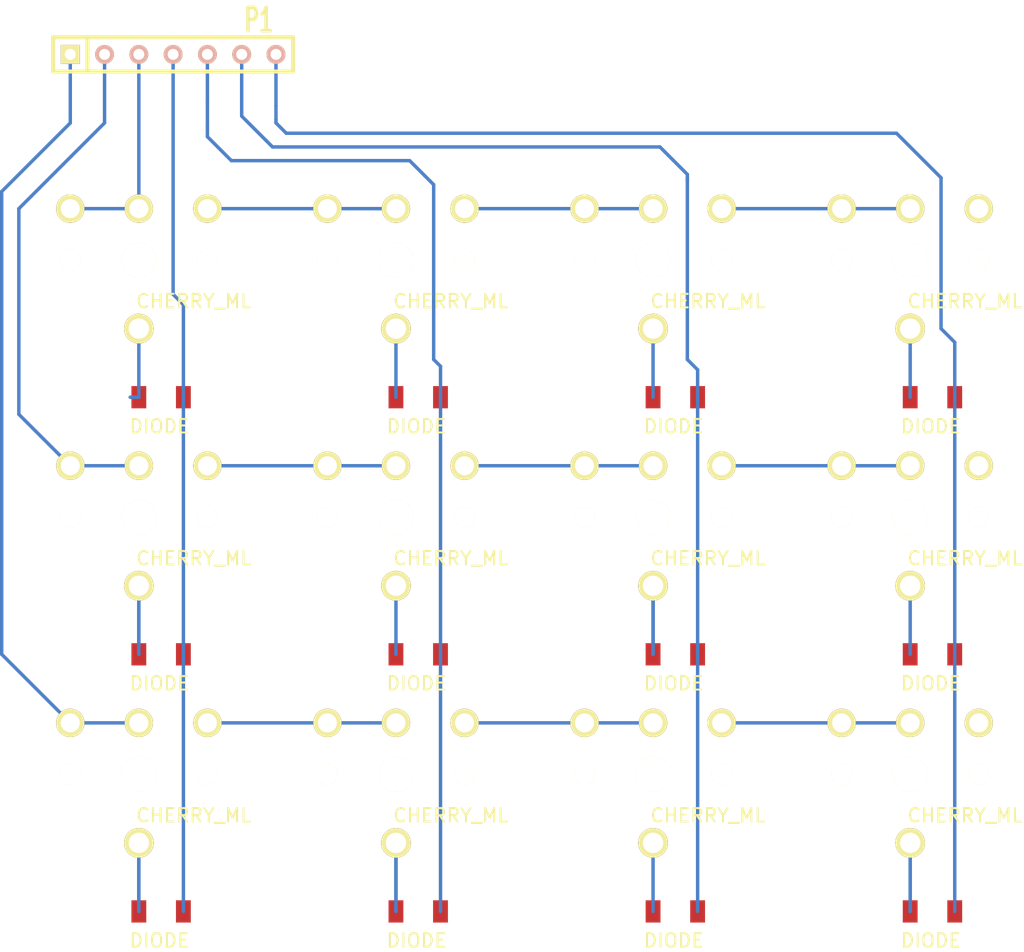
<source format=kicad_pcb>
(kicad_pcb (version 3) (host pcbnew "(2013-07-07 BZR 4022)-stable")

  (general
    (links 48)
    (no_connects 24)
    (area 115.189 69.34073 192.019 139.641)
    (thickness 1.6)
    (drawings 0)
    (tracks 94)
    (zones 0)
    (modules 25)
    (nets 29)
  )

  (page A4)
  (layers
    (15 F.Cu signal)
    (0 B.Cu signal)
    (16 B.Adhes user)
    (17 F.Adhes user)
    (18 B.Paste user)
    (19 F.Paste user)
    (20 B.SilkS user)
    (21 F.SilkS user)
    (22 B.Mask user)
    (23 F.Mask user)
    (24 Dwgs.User user)
    (25 Cmts.User user)
    (26 Eco1.User user)
    (27 Eco2.User user)
    (28 Edge.Cuts user)
  )

  (setup
    (last_trace_width 0.254)
    (trace_clearance 0.254)
    (zone_clearance 0.508)
    (zone_45_only no)
    (trace_min 0.254)
    (segment_width 0.2)
    (edge_width 0.1)
    (via_size 0.889)
    (via_drill 0.635)
    (via_min_size 0.889)
    (via_min_drill 0.508)
    (uvia_size 0.508)
    (uvia_drill 0.127)
    (uvias_allowed no)
    (uvia_min_size 0.508)
    (uvia_min_drill 0.127)
    (pcb_text_width 0.3)
    (pcb_text_size 1.5 1.5)
    (mod_edge_width 0.15)
    (mod_text_size 1 1)
    (mod_text_width 0.15)
    (pad_size 1.1 1.65)
    (pad_drill 0)
    (pad_to_mask_clearance 0)
    (aux_axis_origin 0 0)
    (visible_elements 7FFFFFFF)
    (pcbplotparams
      (layerselection 3178497)
      (usegerberextensions true)
      (excludeedgelayer true)
      (linewidth 0.150000)
      (plotframeref false)
      (viasonmask false)
      (mode 1)
      (useauxorigin false)
      (hpglpennumber 1)
      (hpglpenspeed 20)
      (hpglpendiameter 15)
      (hpglpenoverlay 2)
      (psnegative false)
      (psa4output false)
      (plotreference true)
      (plotvalue true)
      (plotothertext true)
      (plotinvisibletext false)
      (padsonsilk false)
      (subtractmaskfromsilk false)
      (outputformat 1)
      (mirror false)
      (drillshape 0)
      (scaleselection 1)
      (outputdirectory ""))
  )

  (net 0 "")
  (net 1 N-000001)
  (net 2 N-0000010)
  (net 3 N-0000011)
  (net 4 N-0000012)
  (net 5 N-0000013)
  (net 6 N-0000014)
  (net 7 N-0000018)
  (net 8 N-0000019)
  (net 9 N-000002)
  (net 10 N-0000020)
  (net 11 N-0000021)
  (net 12 N-0000022)
  (net 13 N-0000023)
  (net 14 N-0000024)
  (net 15 N-0000025)
  (net 16 N-0000026)
  (net 17 N-0000027)
  (net 18 N-0000028)
  (net 19 N-0000029)
  (net 20 N-000003)
  (net 21 N-0000030)
  (net 22 N-0000031)
  (net 23 N-000004)
  (net 24 N-000005)
  (net 25 N-000006)
  (net 26 N-000007)
  (net 27 N-000008)
  (net 28 N-000009)

  (net_class Default "This is the default net class."
    (clearance 0.254)
    (trace_width 0.254)
    (via_dia 0.889)
    (via_drill 0.635)
    (uvia_dia 0.508)
    (uvia_drill 0.127)
    (add_net "")
    (add_net N-000001)
    (add_net N-0000010)
    (add_net N-0000011)
    (add_net N-0000012)
    (add_net N-0000013)
    (add_net N-0000014)
    (add_net N-0000018)
    (add_net N-0000019)
    (add_net N-000002)
    (add_net N-0000020)
    (add_net N-0000021)
    (add_net N-0000022)
    (add_net N-0000023)
    (add_net N-0000024)
    (add_net N-0000025)
    (add_net N-0000026)
    (add_net N-0000027)
    (add_net N-0000028)
    (add_net N-0000029)
    (add_net N-000003)
    (add_net N-0000030)
    (add_net N-0000031)
    (add_net N-000004)
    (add_net N-000005)
    (add_net N-000006)
    (add_net N-000007)
    (add_net N-000008)
    (add_net N-000009)
  )

  (module SIL-7 (layer F.Cu) (tedit 563FB71A) (tstamp 563FB93B)
    (at 128.016 73.152)
    (descr "Connecteur 7 pins")
    (tags "CONN DEV")
    (path /563F87A4)
    (fp_text reference P1 (at 6.35 -2.54) (layer F.SilkS)
      (effects (font (size 1.72974 1.08712) (thickness 0.3048)))
    )
    (fp_text value CONN_7 (at 0 -2.54) (layer F.SilkS) hide
      (effects (font (size 1.524 1.016) (thickness 0.3048)))
    )
    (fp_line (start -8.89 -1.27) (end -8.89 -1.27) (layer F.SilkS) (width 0.3048))
    (fp_line (start -8.89 -1.27) (end 8.89 -1.27) (layer F.SilkS) (width 0.3048))
    (fp_line (start 8.89 -1.27) (end 8.89 1.27) (layer F.SilkS) (width 0.3048))
    (fp_line (start 8.89 1.27) (end -8.89 1.27) (layer F.SilkS) (width 0.3048))
    (fp_line (start -8.89 1.27) (end -8.89 -1.27) (layer F.SilkS) (width 0.3048))
    (fp_line (start -6.35 1.27) (end -6.35 1.27) (layer F.SilkS) (width 0.3048))
    (fp_line (start -6.35 1.27) (end -6.35 -1.27) (layer F.SilkS) (width 0.3048))
    (pad 1 thru_hole rect (at -7.62 0) (size 1.397 1.397) (drill 0.8128)
      (layers *.Cu *.Mask F.SilkS)
      (net 12 N-0000022)
    )
    (pad 2 thru_hole circle (at -5.08 0) (size 1.397 1.397) (drill 0.8128)
      (layers *.Cu *.SilkS *.Mask)
      (net 19 N-0000029)
    )
    (pad 3 thru_hole circle (at -2.54 0) (size 1.397 1.397) (drill 0.8128)
      (layers *.Cu *.SilkS *.Mask)
      (net 25 N-000006)
    )
    (pad 4 thru_hole circle (at 0 0) (size 1.397 1.397) (drill 0.8128)
      (layers *.Cu *.SilkS *.Mask)
      (net 7 N-0000018)
    )
    (pad 5 thru_hole circle (at 2.54 0) (size 1.397 1.397) (drill 0.8128)
      (layers *.Cu *.SilkS *.Mask)
      (net 28 N-000009)
    )
    (pad 6 thru_hole circle (at 5.08 0) (size 1.397 1.397) (drill 0.8128)
      (layers *.Cu *.SilkS *.Mask)
      (net 5 N-0000013)
    )
    (pad 7 thru_hole circle (at 7.62 0) (size 1.397 1.397) (drill 0.8128)
      (layers *.Cu *.SilkS *.Mask)
      (net 9 N-000002)
    )
  )

  (module FDLL4148 (layer F.Cu) (tedit 563FBCBE) (tstamp 563FB54F)
    (at 125.476 98.552)
    (path /563F86E6)
    (fp_text reference D1 (at 1.7 -1.88) (layer F.SilkS) hide
      (effects (font (size 1 1) (thickness 0.15)))
    )
    (fp_text value DIODE (at 1.53 2.16) (layer F.SilkS)
      (effects (font (size 1 1) (thickness 0.15)))
    )
    (pad 1 smd rect (at 0 0) (size 1.1 1.65)
      (layers F.Cu F.Paste F.Mask)
      (net 14 N-0000024)
    )
    (pad 2 smd rect (at 3.3 0) (size 1.1 1.65)
      (layers F.Cu F.Paste F.Mask)
      (net 7 N-0000018)
    )
  )

  (module FDLL4148 (layer F.Cu) (tedit 563F81A4) (tstamp 563FB555)
    (at 182.626 136.652)
    (path /563F8824)
    (fp_text reference D12 (at 1.7 -1.88) (layer F.SilkS) hide
      (effects (font (size 1 1) (thickness 0.15)))
    )
    (fp_text value DIODE (at 1.53 2.16) (layer F.SilkS)
      (effects (font (size 1 1) (thickness 0.15)))
    )
    (pad 1 smd rect (at 0 0) (size 1.1 1.65)
      (layers F.Cu F.Paste F.Mask)
      (net 23 N-000004)
    )
    (pad 2 smd rect (at 3.3 0) (size 1.1 1.65)
      (layers F.Cu F.Paste F.Mask)
      (net 9 N-000002)
    )
  )

  (module FDLL4148 (layer F.Cu) (tedit 563F81A4) (tstamp 563FB55B)
    (at 163.576 136.652)
    (path /563F8815)
    (fp_text reference D9 (at 1.7 -1.88) (layer F.SilkS) hide
      (effects (font (size 1 1) (thickness 0.15)))
    )
    (fp_text value DIODE (at 1.53 2.16) (layer F.SilkS)
      (effects (font (size 1 1) (thickness 0.15)))
    )
    (pad 1 smd rect (at 0 0) (size 1.1 1.65)
      (layers F.Cu F.Paste F.Mask)
      (net 6 N-0000014)
    )
    (pad 2 smd rect (at 3.3 0) (size 1.1 1.65)
      (layers F.Cu F.Paste F.Mask)
      (net 5 N-0000013)
    )
  )

  (module FDLL4148 (layer F.Cu) (tedit 563F81A4) (tstamp 563FB561)
    (at 144.526 136.652)
    (path /563F8806)
    (fp_text reference D5 (at 1.7 -1.88) (layer F.SilkS) hide
      (effects (font (size 1 1) (thickness 0.15)))
    )
    (fp_text value DIODE (at 1.53 2.16) (layer F.SilkS)
      (effects (font (size 1 1) (thickness 0.15)))
    )
    (pad 1 smd rect (at 0 0) (size 1.1 1.65)
      (layers F.Cu F.Paste F.Mask)
      (net 3 N-0000011)
    )
    (pad 2 smd rect (at 3.3 0) (size 1.1 1.65)
      (layers F.Cu F.Paste F.Mask)
      (net 28 N-000009)
    )
  )

  (module FDLL4148 (layer F.Cu) (tedit 563F81A4) (tstamp 563FB567)
    (at 125.476 136.652)
    (path /563F87DE)
    (fp_text reference D3 (at 1.7 -1.88) (layer F.SilkS) hide
      (effects (font (size 1 1) (thickness 0.15)))
    )
    (fp_text value DIODE (at 1.53 2.16) (layer F.SilkS)
      (effects (font (size 1 1) (thickness 0.15)))
    )
    (pad 1 smd rect (at 0 0) (size 1.1 1.65)
      (layers F.Cu F.Paste F.Mask)
      (net 26 N-000007)
    )
    (pad 2 smd rect (at 3.3 0) (size 1.1 1.65)
      (layers F.Cu F.Paste F.Mask)
      (net 7 N-0000018)
    )
  )

  (module FDLL4148 (layer F.Cu) (tedit 563FBC02) (tstamp 563FB56D)
    (at 182.626 117.602)
    (path /563F8795)
    (fp_text reference D11 (at 1.7 -1.88) (layer F.SilkS) hide
      (effects (font (size 1 1) (thickness 0.15)))
    )
    (fp_text value DIODE (at 1.53 2.16) (layer F.SilkS)
      (effects (font (size 1 1) (thickness 0.15)))
    )
    (pad 1 smd rect (at 0 0) (size 1.1 1.65)
      (layers F.Cu F.Paste F.Mask)
      (net 20 N-000003)
    )
    (pad 2 smd rect (at 3.3 0) (size 1.1 1.65)
      (layers F.Cu F.Paste F.Mask)
      (net 9 N-000002)
    )
  )

  (module FDLL4148 (layer F.Cu) (tedit 563F81A4) (tstamp 563FB573)
    (at 163.576 117.602)
    (path /563F8786)
    (fp_text reference D8 (at 1.7 -1.88) (layer F.SilkS) hide
      (effects (font (size 1 1) (thickness 0.15)))
    )
    (fp_text value DIODE (at 1.53 2.16) (layer F.SilkS)
      (effects (font (size 1 1) (thickness 0.15)))
    )
    (pad 1 smd rect (at 0 0) (size 1.1 1.65)
      (layers F.Cu F.Paste F.Mask)
      (net 24 N-000005)
    )
    (pad 2 smd rect (at 3.3 0) (size 1.1 1.65)
      (layers F.Cu F.Paste F.Mask)
      (net 5 N-0000013)
    )
  )

  (module FDLL4148 (layer F.Cu) (tedit 563F81A4) (tstamp 563FB579)
    (at 144.526 117.602)
    (path /563F8777)
    (fp_text reference D4 (at 1.7 -1.88) (layer F.SilkS) hide
      (effects (font (size 1 1) (thickness 0.15)))
    )
    (fp_text value DIODE (at 1.53 2.16) (layer F.SilkS)
      (effects (font (size 1 1) (thickness 0.15)))
    )
    (pad 1 smd rect (at 0 0) (size 1.1 1.65)
      (layers F.Cu F.Paste F.Mask)
      (net 2 N-0000010)
    )
    (pad 2 smd rect (at 3.3 0) (size 1.1 1.65)
      (layers F.Cu F.Paste F.Mask)
      (net 28 N-000009)
    )
  )

  (module FDLL4148 (layer F.Cu) (tedit 563F81A4) (tstamp 563FB57F)
    (at 125.476 117.602)
    (path /563F875E)
    (fp_text reference D2 (at 1.7 -1.88) (layer F.SilkS) hide
      (effects (font (size 1 1) (thickness 0.15)))
    )
    (fp_text value DIODE (at 1.53 2.16) (layer F.SilkS)
      (effects (font (size 1 1) (thickness 0.15)))
    )
    (pad 1 smd rect (at 0 0) (size 1.1 1.65)
      (layers F.Cu F.Paste F.Mask)
      (net 18 N-0000028)
    )
    (pad 2 smd rect (at 3.3 0) (size 1.1 1.65)
      (layers F.Cu F.Paste F.Mask)
      (net 7 N-0000018)
    )
  )

  (module FDLL4148 (layer F.Cu) (tedit 563F81A4) (tstamp 563FB585)
    (at 182.626 98.552)
    (path /563F8713)
    (fp_text reference D10 (at 1.7 -1.88) (layer F.SilkS) hide
      (effects (font (size 1 1) (thickness 0.15)))
    )
    (fp_text value DIODE (at 1.53 2.16) (layer F.SilkS)
      (effects (font (size 1 1) (thickness 0.15)))
    )
    (pad 1 smd rect (at 0 0) (size 1.1 1.65)
      (layers F.Cu F.Paste F.Mask)
      (net 1 N-000001)
    )
    (pad 2 smd rect (at 3.3 0) (size 1.1 1.65)
      (layers F.Cu F.Paste F.Mask)
      (net 9 N-000002)
    )
  )

  (module FDLL4148 (layer F.Cu) (tedit 563F81A4) (tstamp 563FB58B)
    (at 163.576 98.552)
    (path /563F8704)
    (fp_text reference D7 (at 1.7 -1.88) (layer F.SilkS) hide
      (effects (font (size 1 1) (thickness 0.15)))
    )
    (fp_text value DIODE (at 1.53 2.16) (layer F.SilkS)
      (effects (font (size 1 1) (thickness 0.15)))
    )
    (pad 1 smd rect (at 0 0) (size 1.1 1.65)
      (layers F.Cu F.Paste F.Mask)
      (net 4 N-0000012)
    )
    (pad 2 smd rect (at 3.3 0) (size 1.1 1.65)
      (layers F.Cu F.Paste F.Mask)
      (net 5 N-0000013)
    )
  )

  (module FDLL4148 (layer F.Cu) (tedit 563F81A4) (tstamp 563FB591)
    (at 144.526 98.552)
    (path /563F86F5)
    (fp_text reference D6 (at 1.7 -1.88) (layer F.SilkS) hide
      (effects (font (size 1 1) (thickness 0.15)))
    )
    (fp_text value DIODE (at 1.53 2.16) (layer F.SilkS)
      (effects (font (size 1 1) (thickness 0.15)))
    )
    (pad 1 smd rect (at 0 0) (size 1.1 1.65)
      (layers F.Cu F.Paste F.Mask)
      (net 27 N-000008)
    )
    (pad 2 smd rect (at 3.3 0) (size 1.1 1.65)
      (layers F.Cu F.Paste F.Mask)
      (net 28 N-000009)
    )
  )

  (module CHERRY_ML (layer F.Cu) (tedit 563F8269) (tstamp 563FB59C)
    (at 125.476 88.392)
    (path /563F8600)
    (fp_text reference K1 (at -3.556 3.048) (layer F.SilkS) hide
      (effects (font (size 1 1) (thickness 0.15)))
    )
    (fp_text value CHERRY_ML (at 4.064 3.048) (layer F.SilkS)
      (effects (font (size 1 1) (thickness 0.15)))
    )
    (pad "" np_thru_hole circle (at 0 0) (size 2.6 2.6) (drill 2.6)
      (layers *.Cu *.Mask F.SilkS)
    )
    (pad "" np_thru_hole circle (at -5.08 0) (size 1.55 1.55) (drill 1.55)
      (layers *.Cu *.Mask F.SilkS)
    )
    (pad "" np_thru_hole circle (at 5.08 0) (size 1.55 1.55) (drill 1.55)
      (layers *.Cu *.Mask F.SilkS)
    )
    (pad 4 thru_hole circle (at 5.08 -3.81) (size 2.1 2.1) (drill 1.4)
      (layers *.Cu *.Mask F.SilkS)
      (net 15 N-0000025)
    )
    (pad 3 thru_hole circle (at -5.08 -3.81) (size 2.1 2.1) (drill 1.4)
      (layers *.Cu *.Mask F.SilkS)
      (net 25 N-000006)
    )
    (pad 2 thru_hole circle (at 0 5.08) (size 2.2 2.2) (drill 1.5)
      (layers *.Cu *.Mask F.SilkS)
      (net 14 N-0000024)
    )
    (pad 1 thru_hole circle (at 0 -3.81) (size 2.1 2.1) (drill 1.4)
      (layers *.Cu *.Mask F.SilkS)
      (net 25 N-000006)
    )
  )

  (module CHERRY_ML (layer F.Cu) (tedit 563F8269) (tstamp 563FB5A7)
    (at 182.626 126.492)
    (path /563F86D7)
    (fp_text reference K12 (at -3.556 3.048) (layer F.SilkS) hide
      (effects (font (size 1 1) (thickness 0.15)))
    )
    (fp_text value CHERRY_ML (at 4.064 3.048) (layer F.SilkS)
      (effects (font (size 1 1) (thickness 0.15)))
    )
    (pad "" np_thru_hole circle (at 0 0) (size 2.6 2.6) (drill 2.6)
      (layers *.Cu *.Mask F.SilkS)
    )
    (pad "" np_thru_hole circle (at -5.08 0) (size 1.55 1.55) (drill 1.55)
      (layers *.Cu *.Mask F.SilkS)
    )
    (pad "" np_thru_hole circle (at 5.08 0) (size 1.55 1.55) (drill 1.55)
      (layers *.Cu *.Mask F.SilkS)
    )
    (pad 4 thru_hole circle (at 5.08 -3.81) (size 2.1 2.1) (drill 1.4)
      (layers *.Cu *.Mask F.SilkS)
    )
    (pad 3 thru_hole circle (at -5.08 -3.81) (size 2.1 2.1) (drill 1.4)
      (layers *.Cu *.Mask F.SilkS)
      (net 22 N-0000031)
    )
    (pad 2 thru_hole circle (at 0 5.08) (size 2.2 2.2) (drill 1.5)
      (layers *.Cu *.Mask F.SilkS)
      (net 23 N-000004)
    )
    (pad 1 thru_hole circle (at 0 -3.81) (size 2.1 2.1) (drill 1.4)
      (layers *.Cu *.Mask F.SilkS)
      (net 22 N-0000031)
    )
  )

  (module CHERRY_ML (layer F.Cu) (tedit 563F8269) (tstamp 563FB5B2)
    (at 163.576 126.492)
    (path /563F86C8)
    (fp_text reference K9 (at -3.556 3.048) (layer F.SilkS) hide
      (effects (font (size 1 1) (thickness 0.15)))
    )
    (fp_text value CHERRY_ML (at 4.064 3.048) (layer F.SilkS)
      (effects (font (size 1 1) (thickness 0.15)))
    )
    (pad "" np_thru_hole circle (at 0 0) (size 2.6 2.6) (drill 2.6)
      (layers *.Cu *.Mask F.SilkS)
    )
    (pad "" np_thru_hole circle (at -5.08 0) (size 1.55 1.55) (drill 1.55)
      (layers *.Cu *.Mask F.SilkS)
    )
    (pad "" np_thru_hole circle (at 5.08 0) (size 1.55 1.55) (drill 1.55)
      (layers *.Cu *.Mask F.SilkS)
    )
    (pad 4 thru_hole circle (at 5.08 -3.81) (size 2.1 2.1) (drill 1.4)
      (layers *.Cu *.Mask F.SilkS)
      (net 22 N-0000031)
    )
    (pad 3 thru_hole circle (at -5.08 -3.81) (size 2.1 2.1) (drill 1.4)
      (layers *.Cu *.Mask F.SilkS)
      (net 17 N-0000027)
    )
    (pad 2 thru_hole circle (at 0 5.08) (size 2.2 2.2) (drill 1.5)
      (layers *.Cu *.Mask F.SilkS)
      (net 6 N-0000014)
    )
    (pad 1 thru_hole circle (at 0 -3.81) (size 2.1 2.1) (drill 1.4)
      (layers *.Cu *.Mask F.SilkS)
      (net 17 N-0000027)
    )
  )

  (module CHERRY_ML (layer F.Cu) (tedit 563F8269) (tstamp 563FB5BD)
    (at 144.526 126.492)
    (path /563F86B9)
    (fp_text reference K5 (at -3.556 3.048) (layer F.SilkS) hide
      (effects (font (size 1 1) (thickness 0.15)))
    )
    (fp_text value CHERRY_ML (at 4.064 3.048) (layer F.SilkS)
      (effects (font (size 1 1) (thickness 0.15)))
    )
    (pad "" np_thru_hole circle (at 0 0) (size 2.6 2.6) (drill 2.6)
      (layers *.Cu *.Mask F.SilkS)
    )
    (pad "" np_thru_hole circle (at -5.08 0) (size 1.55 1.55) (drill 1.55)
      (layers *.Cu *.Mask F.SilkS)
    )
    (pad "" np_thru_hole circle (at 5.08 0) (size 1.55 1.55) (drill 1.55)
      (layers *.Cu *.Mask F.SilkS)
    )
    (pad 4 thru_hole circle (at 5.08 -3.81) (size 2.1 2.1) (drill 1.4)
      (layers *.Cu *.Mask F.SilkS)
      (net 17 N-0000027)
    )
    (pad 3 thru_hole circle (at -5.08 -3.81) (size 2.1 2.1) (drill 1.4)
      (layers *.Cu *.Mask F.SilkS)
      (net 13 N-0000023)
    )
    (pad 2 thru_hole circle (at 0 5.08) (size 2.2 2.2) (drill 1.5)
      (layers *.Cu *.Mask F.SilkS)
      (net 3 N-0000011)
    )
    (pad 1 thru_hole circle (at 0 -3.81) (size 2.1 2.1) (drill 1.4)
      (layers *.Cu *.Mask F.SilkS)
      (net 13 N-0000023)
    )
  )

  (module CHERRY_ML (layer F.Cu) (tedit 563F8269) (tstamp 563FB5C8)
    (at 125.476 126.492)
    (path /563F86A0)
    (fp_text reference K3 (at -3.556 3.048) (layer F.SilkS) hide
      (effects (font (size 1 1) (thickness 0.15)))
    )
    (fp_text value CHERRY_ML (at 4.064 3.048) (layer F.SilkS)
      (effects (font (size 1 1) (thickness 0.15)))
    )
    (pad "" np_thru_hole circle (at 0 0) (size 2.6 2.6) (drill 2.6)
      (layers *.Cu *.Mask F.SilkS)
    )
    (pad "" np_thru_hole circle (at -5.08 0) (size 1.55 1.55) (drill 1.55)
      (layers *.Cu *.Mask F.SilkS)
    )
    (pad "" np_thru_hole circle (at 5.08 0) (size 1.55 1.55) (drill 1.55)
      (layers *.Cu *.Mask F.SilkS)
    )
    (pad 4 thru_hole circle (at 5.08 -3.81) (size 2.1 2.1) (drill 1.4)
      (layers *.Cu *.Mask F.SilkS)
      (net 13 N-0000023)
    )
    (pad 3 thru_hole circle (at -5.08 -3.81) (size 2.1 2.1) (drill 1.4)
      (layers *.Cu *.Mask F.SilkS)
      (net 12 N-0000022)
    )
    (pad 2 thru_hole circle (at 0 5.08) (size 2.2 2.2) (drill 1.5)
      (layers *.Cu *.Mask F.SilkS)
      (net 26 N-000007)
    )
    (pad 1 thru_hole circle (at 0 -3.81) (size 2.1 2.1) (drill 1.4)
      (layers *.Cu *.Mask F.SilkS)
      (net 12 N-0000022)
    )
  )

  (module CHERRY_ML (layer F.Cu) (tedit 563FBC09) (tstamp 563FB5D3)
    (at 182.626 107.442)
    (path /563F867D)
    (fp_text reference K11 (at -3.556 3.048) (layer F.SilkS) hide
      (effects (font (size 1 1) (thickness 0.15)))
    )
    (fp_text value CHERRY_ML (at 4.064 3.048) (layer F.SilkS)
      (effects (font (size 1 1) (thickness 0.15)))
    )
    (pad "" np_thru_hole circle (at 0 0) (size 2.6 2.6) (drill 2.6)
      (layers *.Cu *.Mask F.SilkS)
    )
    (pad "" np_thru_hole circle (at -5.08 0) (size 1.55 1.55) (drill 1.55)
      (layers *.Cu *.Mask F.SilkS)
    )
    (pad "" np_thru_hole circle (at 5.08 0) (size 1.55 1.55) (drill 1.55)
      (layers *.Cu *.Mask F.SilkS)
    )
    (pad 4 thru_hole circle (at 5.08 -3.81) (size 2.1 2.1) (drill 1.4)
      (layers *.Cu *.Mask F.SilkS)
    )
    (pad 3 thru_hole circle (at -5.08 -3.81) (size 2.1 2.1) (drill 1.4)
      (layers *.Cu *.Mask F.SilkS)
      (net 11 N-0000021)
    )
    (pad 2 thru_hole circle (at 0 5.08) (size 2.2 2.2) (drill 1.5)
      (layers *.Cu *.Mask F.SilkS)
      (net 20 N-000003)
    )
    (pad 1 thru_hole circle (at 0 -3.81) (size 2.1 2.1) (drill 1.4)
      (layers *.Cu *.Mask F.SilkS)
      (net 11 N-0000021)
    )
  )

  (module CHERRY_ML (layer F.Cu) (tedit 563F8269) (tstamp 563FB5DE)
    (at 182.626 88.392)
    (path /563F866E)
    (fp_text reference K10 (at -3.556 3.048) (layer F.SilkS) hide
      (effects (font (size 1 1) (thickness 0.15)))
    )
    (fp_text value CHERRY_ML (at 4.064 3.048) (layer F.SilkS)
      (effects (font (size 1 1) (thickness 0.15)))
    )
    (pad "" np_thru_hole circle (at 0 0) (size 2.6 2.6) (drill 2.6)
      (layers *.Cu *.Mask F.SilkS)
    )
    (pad "" np_thru_hole circle (at -5.08 0) (size 1.55 1.55) (drill 1.55)
      (layers *.Cu *.Mask F.SilkS)
    )
    (pad "" np_thru_hole circle (at 5.08 0) (size 1.55 1.55) (drill 1.55)
      (layers *.Cu *.Mask F.SilkS)
    )
    (pad 4 thru_hole circle (at 5.08 -3.81) (size 2.1 2.1) (drill 1.4)
      (layers *.Cu *.Mask F.SilkS)
    )
    (pad 3 thru_hole circle (at -5.08 -3.81) (size 2.1 2.1) (drill 1.4)
      (layers *.Cu *.Mask F.SilkS)
      (net 10 N-0000020)
    )
    (pad 2 thru_hole circle (at 0 5.08) (size 2.2 2.2) (drill 1.5)
      (layers *.Cu *.Mask F.SilkS)
      (net 1 N-000001)
    )
    (pad 1 thru_hole circle (at 0 -3.81) (size 2.1 2.1) (drill 1.4)
      (layers *.Cu *.Mask F.SilkS)
      (net 10 N-0000020)
    )
  )

  (module CHERRY_ML (layer F.Cu) (tedit 563F8269) (tstamp 563FB5E9)
    (at 163.576 107.442)
    (path /563F865F)
    (fp_text reference K8 (at -3.556 3.048) (layer F.SilkS) hide
      (effects (font (size 1 1) (thickness 0.15)))
    )
    (fp_text value CHERRY_ML (at 4.064 3.048) (layer F.SilkS)
      (effects (font (size 1 1) (thickness 0.15)))
    )
    (pad "" np_thru_hole circle (at 0 0) (size 2.6 2.6) (drill 2.6)
      (layers *.Cu *.Mask F.SilkS)
    )
    (pad "" np_thru_hole circle (at -5.08 0) (size 1.55 1.55) (drill 1.55)
      (layers *.Cu *.Mask F.SilkS)
    )
    (pad "" np_thru_hole circle (at 5.08 0) (size 1.55 1.55) (drill 1.55)
      (layers *.Cu *.Mask F.SilkS)
    )
    (pad 4 thru_hole circle (at 5.08 -3.81) (size 2.1 2.1) (drill 1.4)
      (layers *.Cu *.Mask F.SilkS)
      (net 11 N-0000021)
    )
    (pad 3 thru_hole circle (at -5.08 -3.81) (size 2.1 2.1) (drill 1.4)
      (layers *.Cu *.Mask F.SilkS)
      (net 8 N-0000019)
    )
    (pad 2 thru_hole circle (at 0 5.08) (size 2.2 2.2) (drill 1.5)
      (layers *.Cu *.Mask F.SilkS)
      (net 24 N-000005)
    )
    (pad 1 thru_hole circle (at 0 -3.81) (size 2.1 2.1) (drill 1.4)
      (layers *.Cu *.Mask F.SilkS)
      (net 8 N-0000019)
    )
  )

  (module CHERRY_ML (layer F.Cu) (tedit 563F8269) (tstamp 563FB5F4)
    (at 144.526 107.442)
    (path /563F8650)
    (fp_text reference K4 (at -3.556 3.048) (layer F.SilkS) hide
      (effects (font (size 1 1) (thickness 0.15)))
    )
    (fp_text value CHERRY_ML (at 4.064 3.048) (layer F.SilkS)
      (effects (font (size 1 1) (thickness 0.15)))
    )
    (pad "" np_thru_hole circle (at 0 0) (size 2.6 2.6) (drill 2.6)
      (layers *.Cu *.Mask F.SilkS)
    )
    (pad "" np_thru_hole circle (at -5.08 0) (size 1.55 1.55) (drill 1.55)
      (layers *.Cu *.Mask F.SilkS)
    )
    (pad "" np_thru_hole circle (at 5.08 0) (size 1.55 1.55) (drill 1.55)
      (layers *.Cu *.Mask F.SilkS)
    )
    (pad 4 thru_hole circle (at 5.08 -3.81) (size 2.1 2.1) (drill 1.4)
      (layers *.Cu *.Mask F.SilkS)
      (net 8 N-0000019)
    )
    (pad 3 thru_hole circle (at -5.08 -3.81) (size 2.1 2.1) (drill 1.4)
      (layers *.Cu *.Mask F.SilkS)
      (net 21 N-0000030)
    )
    (pad 2 thru_hole circle (at 0 5.08) (size 2.2 2.2) (drill 1.5)
      (layers *.Cu *.Mask F.SilkS)
      (net 2 N-0000010)
    )
    (pad 1 thru_hole circle (at 0 -3.81) (size 2.1 2.1) (drill 1.4)
      (layers *.Cu *.Mask F.SilkS)
      (net 21 N-0000030)
    )
  )

  (module CHERRY_ML (layer F.Cu) (tedit 563F8269) (tstamp 563FB5FF)
    (at 125.476 107.442)
    (path /563F8641)
    (fp_text reference K2 (at -3.556 3.048) (layer F.SilkS) hide
      (effects (font (size 1 1) (thickness 0.15)))
    )
    (fp_text value CHERRY_ML (at 4.064 3.048) (layer F.SilkS)
      (effects (font (size 1 1) (thickness 0.15)))
    )
    (pad "" np_thru_hole circle (at 0 0) (size 2.6 2.6) (drill 2.6)
      (layers *.Cu *.Mask F.SilkS)
    )
    (pad "" np_thru_hole circle (at -5.08 0) (size 1.55 1.55) (drill 1.55)
      (layers *.Cu *.Mask F.SilkS)
    )
    (pad "" np_thru_hole circle (at 5.08 0) (size 1.55 1.55) (drill 1.55)
      (layers *.Cu *.Mask F.SilkS)
    )
    (pad 4 thru_hole circle (at 5.08 -3.81) (size 2.1 2.1) (drill 1.4)
      (layers *.Cu *.Mask F.SilkS)
      (net 21 N-0000030)
    )
    (pad 3 thru_hole circle (at -5.08 -3.81) (size 2.1 2.1) (drill 1.4)
      (layers *.Cu *.Mask F.SilkS)
      (net 19 N-0000029)
    )
    (pad 2 thru_hole circle (at 0 5.08) (size 2.2 2.2) (drill 1.5)
      (layers *.Cu *.Mask F.SilkS)
      (net 18 N-0000028)
    )
    (pad 1 thru_hole circle (at 0 -3.81) (size 2.1 2.1) (drill 1.4)
      (layers *.Cu *.Mask F.SilkS)
      (net 19 N-0000029)
    )
  )

  (module CHERRY_ML (layer F.Cu) (tedit 563F8269) (tstamp 563FB60A)
    (at 163.576 88.392)
    (path /563F8632)
    (fp_text reference K7 (at -3.556 3.048) (layer F.SilkS) hide
      (effects (font (size 1 1) (thickness 0.15)))
    )
    (fp_text value CHERRY_ML (at 4.064 3.048) (layer F.SilkS)
      (effects (font (size 1 1) (thickness 0.15)))
    )
    (pad "" np_thru_hole circle (at 0 0) (size 2.6 2.6) (drill 2.6)
      (layers *.Cu *.Mask F.SilkS)
    )
    (pad "" np_thru_hole circle (at -5.08 0) (size 1.55 1.55) (drill 1.55)
      (layers *.Cu *.Mask F.SilkS)
    )
    (pad "" np_thru_hole circle (at 5.08 0) (size 1.55 1.55) (drill 1.55)
      (layers *.Cu *.Mask F.SilkS)
    )
    (pad 4 thru_hole circle (at 5.08 -3.81) (size 2.1 2.1) (drill 1.4)
      (layers *.Cu *.Mask F.SilkS)
      (net 10 N-0000020)
    )
    (pad 3 thru_hole circle (at -5.08 -3.81) (size 2.1 2.1) (drill 1.4)
      (layers *.Cu *.Mask F.SilkS)
      (net 16 N-0000026)
    )
    (pad 2 thru_hole circle (at 0 5.08) (size 2.2 2.2) (drill 1.5)
      (layers *.Cu *.Mask F.SilkS)
      (net 4 N-0000012)
    )
    (pad 1 thru_hole circle (at 0 -3.81) (size 2.1 2.1) (drill 1.4)
      (layers *.Cu *.Mask F.SilkS)
      (net 16 N-0000026)
    )
  )

  (module CHERRY_ML (layer F.Cu) (tedit 563F8269) (tstamp 563FB615)
    (at 144.526 88.392)
    (path /563F860F)
    (fp_text reference K6 (at -3.556 3.048) (layer F.SilkS) hide
      (effects (font (size 1 1) (thickness 0.15)))
    )
    (fp_text value CHERRY_ML (at 4.064 3.048) (layer F.SilkS)
      (effects (font (size 1 1) (thickness 0.15)))
    )
    (pad "" np_thru_hole circle (at 0 0) (size 2.6 2.6) (drill 2.6)
      (layers *.Cu *.Mask F.SilkS)
    )
    (pad "" np_thru_hole circle (at -5.08 0) (size 1.55 1.55) (drill 1.55)
      (layers *.Cu *.Mask F.SilkS)
    )
    (pad "" np_thru_hole circle (at 5.08 0) (size 1.55 1.55) (drill 1.55)
      (layers *.Cu *.Mask F.SilkS)
    )
    (pad 4 thru_hole circle (at 5.08 -3.81) (size 2.1 2.1) (drill 1.4)
      (layers *.Cu *.Mask F.SilkS)
      (net 16 N-0000026)
    )
    (pad 3 thru_hole circle (at -5.08 -3.81) (size 2.1 2.1) (drill 1.4)
      (layers *.Cu *.Mask F.SilkS)
      (net 15 N-0000025)
    )
    (pad 2 thru_hole circle (at 0 5.08) (size 2.2 2.2) (drill 1.5)
      (layers *.Cu *.Mask F.SilkS)
      (net 27 N-000008)
    )
    (pad 1 thru_hole circle (at 0 -3.81) (size 2.1 2.1) (drill 1.4)
      (layers *.Cu *.Mask F.SilkS)
      (net 15 N-0000025)
    )
  )

  (segment (start 182.626 93.472) (end 182.626 98.552) (width 0.254) (layer B.Cu) (net 1))
  (segment (start 144.526 112.522) (end 144.526 117.602) (width 0.254) (layer B.Cu) (net 2))
  (segment (start 144.526 131.572) (end 144.526 136.652) (width 0.254) (layer B.Cu) (net 3))
  (segment (start 144.526 131.572) (end 144.526 136.652) (width 0.254) (layer B.Cu) (net 3))
  (segment (start 163.576 93.472) (end 163.576 98.552) (width 0.254) (layer B.Cu) (net 4))
  (segment (start 166.878 136.652) (end 166.878 117.348) (width 0.254) (layer B.Cu) (net 5))
  (segment (start 166.878 98.552) (end 166.878 96.52) (width 0.254) (layer B.Cu) (net 5))
  (segment (start 166.116 95.504) (end 166.116 82.296) (width 0.254) (layer B.Cu) (net 5))
  (segment (start 166.116 95.758) (end 166.878 96.52) (width 0.254) (layer B.Cu) (net 5) (tstamp 563FBDA1))
  (segment (start 166.116 95.504) (end 166.116 95.758) (width 0.254) (layer B.Cu) (net 5) (tstamp 563FBD9D))
  (segment (start 166.878 117.348) (end 166.878 98.552) (width 0.254) (layer B.Cu) (net 5))
  (segment (start 164.084 80.01) (end 166.116 82.042) (width 0.254) (layer B.Cu) (net 5))
  (segment (start 135.382 80.01) (end 164.084 80.01) (width 0.254) (layer B.Cu) (net 5) (tstamp 563FBD90))
  (segment (start 133.096 73.152) (end 133.096 77.47) (width 0.254) (layer B.Cu) (net 5))
  (segment (start 133.096 77.724) (end 134.874 79.502) (width 0.254) (layer B.Cu) (net 5) (tstamp 563FBD83))
  (segment (start 133.096 77.47) (end 133.096 77.724) (width 0.254) (layer B.Cu) (net 5) (tstamp 563FBD80))
  (segment (start 134.874 79.502) (end 135.382 80.01) (width 0.254) (layer B.Cu) (net 5))
  (segment (start 166.116 82.042) (end 166.116 82.296) (width 0.254) (layer B.Cu) (net 5) (tstamp 563FBD98))
  (segment (start 166.116 82.296) (end 166.116 82.55) (width 0.254) (layer B.Cu) (net 5) (tstamp 563FBD9B))
  (segment (start 163.576 131.572) (end 163.576 136.652) (width 0.254) (layer B.Cu) (net 6))
  (segment (start 128.778 136.652) (end 128.778 117.856) (width 0.254) (layer B.Cu) (net 7))
  (segment (start 128.016 90.932) (end 128.778 91.694) (width 0.254) (layer B.Cu) (net 7))
  (segment (start 128.016 90.932) (end 128.016 73.152) (width 0.254) (layer B.Cu) (net 7))
  (segment (start 128.778 91.694) (end 128.778 98.552) (width 0.254) (layer B.Cu) (net 7) (tstamp 563FBD01))
  (segment (start 128.778 117.856) (end 128.778 98.552) (width 0.254) (layer B.Cu) (net 7))
  (segment (start 163.576 103.632) (end 158.496 103.632) (width 0.254) (layer B.Cu) (net 8))
  (segment (start 158.496 103.632) (end 149.606 103.632) (width 0.254) (layer B.Cu) (net 8) (tstamp 563FB9C4))
  (segment (start 185.928 136.652) (end 185.928 117.602) (width 0.254) (layer B.Cu) (net 9))
  (segment (start 185.928 98.552) (end 185.928 94.488) (width 0.254) (layer B.Cu) (net 9))
  (segment (start 181.61 78.994) (end 184.912 82.296) (width 0.254) (layer B.Cu) (net 9))
  (segment (start 135.636 76.962) (end 135.636 73.152) (width 0.254) (layer B.Cu) (net 9))
  (segment (start 135.636 78.232) (end 136.398 78.994) (width 0.254) (layer B.Cu) (net 9) (tstamp 563FBDD6))
  (segment (start 135.636 77.978) (end 135.636 78.232) (width 0.254) (layer B.Cu) (net 9) (tstamp 563FBDD5))
  (segment (start 135.636 76.962) (end 135.636 77.978) (width 0.254) (layer B.Cu) (net 9) (tstamp 563FBDD1))
  (segment (start 181.61 78.994) (end 136.398 78.994) (width 0.254) (layer B.Cu) (net 9))
  (segment (start 184.912 93.472) (end 185.674 94.234) (width 0.254) (layer B.Cu) (net 9) (tstamp 563FBDF3))
  (segment (start 184.912 82.296) (end 184.912 93.472) (width 0.254) (layer B.Cu) (net 9) (tstamp 563FBDF0))
  (segment (start 185.928 94.488) (end 185.674 94.234) (width 0.254) (layer B.Cu) (net 9))
  (segment (start 185.928 117.602) (end 185.928 98.552) (width 0.254) (layer B.Cu) (net 9))
  (segment (start 168.656 84.582) (end 177.546 84.582) (width 0.254) (layer B.Cu) (net 10))
  (segment (start 177.546 84.582) (end 182.626 84.582) (width 0.254) (layer B.Cu) (net 10) (tstamp 563FB9C1))
  (segment (start 168.656 103.632) (end 177.546 103.632) (width 0.254) (layer B.Cu) (net 11))
  (segment (start 177.546 103.632) (end 182.626 103.632) (width 0.254) (layer B.Cu) (net 11) (tstamp 563FBBD5))
  (segment (start 125.476 122.682) (end 120.396 122.682) (width 0.254) (layer B.Cu) (net 12))
  (segment (start 120.396 73.152) (end 120.396 78.232) (width 0.254) (layer B.Cu) (net 12))
  (segment (start 115.316 117.602) (end 120.396 122.682) (width 0.254) (layer B.Cu) (net 12) (tstamp 563FB966))
  (segment (start 115.316 83.312) (end 115.316 117.602) (width 0.254) (layer B.Cu) (net 12) (tstamp 563FB964))
  (segment (start 120.396 78.232) (end 115.316 83.312) (width 0.254) (layer B.Cu) (net 12) (tstamp 563FB962))
  (segment (start 130.556 122.682) (end 139.446 122.682) (width 0.254) (layer B.Cu) (net 13))
  (segment (start 139.446 122.682) (end 144.526 122.682) (width 0.254) (layer B.Cu) (net 13) (tstamp 563FBB22))
  (segment (start 125.476 93.472) (end 125.476 98.552) (width 0.254) (layer B.Cu) (net 14))
  (segment (start 125.476 98.552) (end 124.841 98.552) (width 0.254) (layer B.Cu) (net 14) (tstamp 563FB97D))
  (segment (start 124.841 98.552) (end 125.476 98.552) (width 0.254) (layer B.Cu) (net 14) (tstamp 563FB97E))
  (segment (start 139.446 84.582) (end 144.526 84.582) (width 0.254) (layer B.Cu) (net 15))
  (segment (start 130.556 84.582) (end 139.446 84.582) (width 0.254) (layer B.Cu) (net 15))
  (segment (start 149.606 84.582) (end 158.496 84.582) (width 0.254) (layer B.Cu) (net 16))
  (segment (start 158.496 84.582) (end 163.576 84.582) (width 0.254) (layer B.Cu) (net 16) (tstamp 563FB9BE))
  (segment (start 158.496 122.682) (end 163.576 122.682) (width 0.254) (layer B.Cu) (net 17))
  (segment (start 149.606 122.682) (end 158.496 122.682) (width 0.254) (layer B.Cu) (net 17))
  (segment (start 125.476 112.522) (end 125.476 117.602) (width 0.254) (layer B.Cu) (net 18))
  (segment (start 125.476 112.522) (end 125.476 117.602) (width 0.254) (layer B.Cu) (net 18))
  (segment (start 125.476 103.632) (end 120.396 103.632) (width 0.254) (layer B.Cu) (net 19))
  (segment (start 122.936 73.152) (end 122.936 78.232) (width 0.254) (layer B.Cu) (net 19))
  (segment (start 116.586 99.822) (end 120.396 103.632) (width 0.254) (layer B.Cu) (net 19) (tstamp 563FB95C))
  (segment (start 116.586 84.582) (end 116.586 99.822) (width 0.254) (layer B.Cu) (net 19) (tstamp 563FB95A))
  (segment (start 122.936 78.232) (end 116.586 84.582) (width 0.254) (layer B.Cu) (net 19) (tstamp 563FB958))
  (segment (start 182.626 112.522) (end 182.626 117.602) (width 0.254) (layer B.Cu) (net 20))
  (segment (start 139.446 103.632) (end 144.526 103.632) (width 0.254) (layer B.Cu) (net 21))
  (segment (start 130.556 103.632) (end 139.446 103.632) (width 0.254) (layer B.Cu) (net 21))
  (segment (start 168.656 122.682) (end 177.546 122.682) (width 0.254) (layer B.Cu) (net 22))
  (segment (start 177.546 122.682) (end 182.626 122.682) (width 0.254) (layer B.Cu) (net 22) (tstamp 563FBB2F))
  (segment (start 182.626 131.572) (end 182.626 136.652) (width 0.254) (layer B.Cu) (net 23))
  (segment (start 182.626 131.572) (end 182.626 136.652) (width 0.254) (layer B.Cu) (net 23))
  (segment (start 163.576 112.522) (end 163.576 117.602) (width 0.254) (layer B.Cu) (net 24))
  (segment (start 163.576 112.522) (end 163.576 117.602) (width 0.254) (layer B.Cu) (net 24))
  (segment (start 125.476 73.152) (end 125.476 84.582) (width 0.254) (layer B.Cu) (net 25))
  (segment (start 125.476 84.582) (end 120.396 84.582) (width 0.254) (layer B.Cu) (net 25) (tstamp 563FB951))
  (segment (start 125.476 131.572) (end 125.476 136.652) (width 0.254) (layer B.Cu) (net 26))
  (segment (start 125.476 131.572) (end 125.476 136.652) (width 0.254) (layer B.Cu) (net 26))
  (segment (start 144.526 93.472) (end 144.526 98.552) (width 0.254) (layer B.Cu) (net 27))
  (segment (start 147.828 136.652) (end 147.828 117.602) (width 0.254) (layer B.Cu) (net 28))
  (segment (start 147.32 95.758) (end 147.828 96.266) (width 0.254) (layer B.Cu) (net 28))
  (segment (start 147.32 82.804) (end 147.32 95.758) (width 0.254) (layer B.Cu) (net 28) (tstamp 563FBD58))
  (segment (start 131.572 80.264) (end 132.334 81.026) (width 0.254) (layer B.Cu) (net 28))
  (segment (start 130.556 76.708) (end 130.556 73.152) (width 0.254) (layer B.Cu) (net 28))
  (segment (start 130.556 79.248) (end 131.572 80.264) (width 0.254) (layer B.Cu) (net 28) (tstamp 563FBD38))
  (segment (start 130.556 78.74) (end 130.556 79.248) (width 0.254) (layer B.Cu) (net 28) (tstamp 563FBD35))
  (segment (start 130.556 78.486) (end 130.556 78.74) (width 0.254) (layer B.Cu) (net 28) (tstamp 563FBD2E))
  (segment (start 130.556 76.708) (end 130.556 78.486) (width 0.254) (layer B.Cu) (net 28) (tstamp 563FBD29))
  (segment (start 145.542 81.026) (end 147.066 82.55) (width 0.254) (layer B.Cu) (net 28) (tstamp 563FBD4A))
  (segment (start 132.334 81.026) (end 145.542 81.026) (width 0.254) (layer B.Cu) (net 28) (tstamp 563FBD47))
  (segment (start 147.066 82.55) (end 147.32 82.804) (width 0.254) (layer B.Cu) (net 28))
  (segment (start 147.828 96.266) (end 147.828 98.552) (width 0.254) (layer B.Cu) (net 28) (tstamp 563FBD5B))
  (segment (start 147.828 117.602) (end 147.828 98.552) (width 0.254) (layer B.Cu) (net 28))

)

</source>
